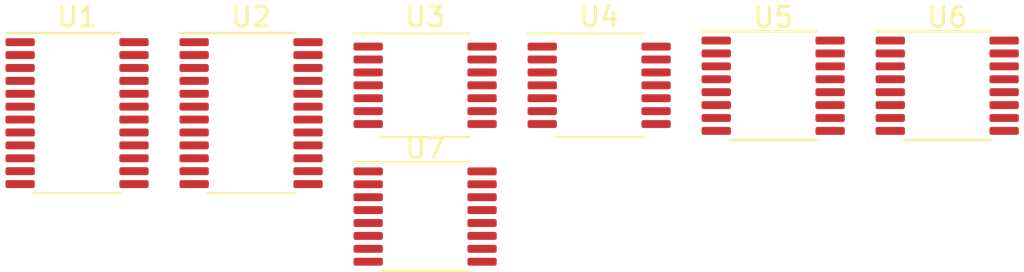
<source format=kicad_pcb>
(kicad_pcb (version 20171130) (host pcbnew "(5.1.10-1-10_14)")

  (general
    (thickness 1.6)
    (drawings 0)
    (tracks 0)
    (zones 0)
    (modules 7)
    (nets 68)
  )

  (page A4)
  (layers
    (0 F.Cu signal)
    (1 In1.Cu signal)
    (2 In2.Cu signal)
    (31 B.Cu signal)
    (32 B.Adhes user)
    (33 F.Adhes user)
    (34 B.Paste user)
    (35 F.Paste user)
    (36 B.SilkS user)
    (37 F.SilkS user)
    (38 B.Mask user)
    (39 F.Mask user)
    (40 Dwgs.User user)
    (41 Cmts.User user)
    (42 Eco1.User user)
    (43 Eco2.User user)
    (44 Edge.Cuts user)
    (45 Margin user)
    (46 B.CrtYd user)
    (47 F.CrtYd user)
    (48 B.Fab user hide)
    (49 F.Fab user hide)
  )

  (setup
    (last_trace_width 0.25)
    (user_trace_width 0.2)
    (trace_clearance 0.2)
    (zone_clearance 0.508)
    (zone_45_only no)
    (trace_min 0.2)
    (via_size 0.8)
    (via_drill 0.4)
    (via_min_size 0.4)
    (via_min_drill 0.3)
    (uvia_size 0.3)
    (uvia_drill 0.1)
    (uvias_allowed no)
    (uvia_min_size 0.2)
    (uvia_min_drill 0.1)
    (edge_width 0.05)
    (segment_width 0.2)
    (pcb_text_width 0.3)
    (pcb_text_size 1.5 1.5)
    (mod_edge_width 0.12)
    (mod_text_size 1 1)
    (mod_text_width 0.15)
    (pad_size 1.524 1.524)
    (pad_drill 0.762)
    (pad_to_mask_clearance 0)
    (aux_axis_origin 0 0)
    (grid_origin 118.11 60.452)
    (visible_elements FFFFFF7F)
    (pcbplotparams
      (layerselection 0x010fc_ffffffff)
      (usegerberextensions false)
      (usegerberattributes true)
      (usegerberadvancedattributes true)
      (creategerberjobfile true)
      (excludeedgelayer true)
      (linewidth 0.100000)
      (plotframeref false)
      (viasonmask false)
      (mode 1)
      (useauxorigin false)
      (hpglpennumber 1)
      (hpglpenspeed 20)
      (hpglpendiameter 15.000000)
      (psnegative false)
      (psa4output false)
      (plotreference true)
      (plotvalue true)
      (plotinvisibletext false)
      (padsonsilk false)
      (subtractmaskfromsilk false)
      (outputformat 1)
      (mirror false)
      (drillshape 1)
      (scaleselection 1)
      (outputdirectory ""))
  )

  (net 0 "")
  (net 1 VCC)
  (net 2 GND)
  (net 3 ~SET_INTERRUPT_FREQ)
  (net 4 ~TRANSMIT_UART)
  (net 5 ~WRITE_MEMORY)
  (net 6 ~LOAD_MAR)
  (net 7 ~LOAD_INSTRUCTION_REGISTER)
  (net 8 ~LOAD_STACK_POINTER)
  (net 9 ~LOAD_TX_MSB_REGISTER)
  (net 10 ~LOAD_TX_LSB_REGISTER)
  (net 11 ~LOAD_CONSTANT_REGISTER)
  (net 12 ~LOAD_F_REGISTER)
  (net 13 ~LOAD_E_REGISTER)
  (net 14 ~LOAD_D_REGISTER)
  (net 15 ~LOAD_C_REGISTER)
  (net 16 ~LOAD_B_REGISTER)
  (net 17 ~LOAD_A_REGISTER)
  (net 18 ~LOAD_SYNTH_2)
  (net 19 ~LOAD_SYNTH_1)
  (net 20 ~LOAD_OUTPUT_2)
  (net 21 ~LOAD_OUTPUT_1)
  (net 22 ~LOAD_DATA_SEGMENT)
  (net 23 ~LOAD_CODE_SEGMENT)
  (net 24 SHA_SEL_01)
  (net 25 SHA_SEL_00)
  (net 26 ~SHIFT_A_RIGHT)
  (net 27 ~SHIFT_A_LEFT)
  (net 28 "Net-(U3-Pad13)")
  (net 29 "Net-(U3-Pad6)")
  (net 30 "Net-(U3-Pad5)")
  (net 31 "Net-(U3-Pad3)")
  (net 32 "Net-(U4-Pad12)")
  (net 33 "Net-(U4-Pad9)")
  (net 34 "Net-(U7-Pad12)")
  (net 35 "Net-(U7-Pad9)")
  (net 36 ALU_MODE)
  (net 37 ALU_CARRY_IN)
  (net 38 ALU_FUNC_3)
  (net 39 ALU_FUNC_2)
  (net 40 ALU_FUNC_1)
  (net 41 ALU_FUNC_0)
  (net 42 ~HALT)
  (net 43 ~RESET)
  (net 44 ~CLEAR_INT_2)
  (net 45 ~CLEAR_INT_1)
  (net 46 ~CLEAR_INT_0)
  (net 47 CARRY_FLAG)
  (net 48 ~SP_INC)
  (net 49 ~INC_PC)
  (net 50 ~SP_DEC)
  (net 51 EEPROM_0)
  (net 52 EEPROM_1)
  (net 53 EEPROM_2)
  (net 54 EEPROM_3)
  (net 55 ~WRITE_MUX1_EN)
  (net 56 ~ALU_MODE_1_EN)
  (net 57 ~ALU_MODE_0_CARRY_IN_EN)
  (net 58 ~WRITE_MUX0_EN)
  (net 59 "Net-(U1-Pad1)")
  (net 60 "Net-(U4-Pad13)")
  (net 61 "Net-(U4-Pad11)")
  (net 62 "Net-(U4-Pad10)")
  (net 63 "Net-(U4-Pad8)")
  (net 64 "Net-(U4-Pad4)")
  (net 65 "Net-(U4-Pad3)")
  (net 66 "Net-(U6-Pad12)")
  (net 67 "Net-(U6-Pad9)")

  (net_class Default "This is the default net class."
    (clearance 0.2)
    (trace_width 0.25)
    (via_dia 0.8)
    (via_drill 0.4)
    (uvia_dia 0.3)
    (uvia_drill 0.1)
    (add_net ALU_CARRY_IN)
    (add_net ALU_FUNC_0)
    (add_net ALU_FUNC_1)
    (add_net ALU_FUNC_2)
    (add_net ALU_FUNC_3)
    (add_net ALU_MODE)
    (add_net CARRY_FLAG)
    (add_net EEPROM_0)
    (add_net EEPROM_1)
    (add_net EEPROM_2)
    (add_net EEPROM_3)
    (add_net GND)
    (add_net "Net-(U1-Pad1)")
    (add_net "Net-(U3-Pad13)")
    (add_net "Net-(U3-Pad3)")
    (add_net "Net-(U3-Pad5)")
    (add_net "Net-(U3-Pad6)")
    (add_net "Net-(U4-Pad10)")
    (add_net "Net-(U4-Pad11)")
    (add_net "Net-(U4-Pad12)")
    (add_net "Net-(U4-Pad13)")
    (add_net "Net-(U4-Pad3)")
    (add_net "Net-(U4-Pad4)")
    (add_net "Net-(U4-Pad8)")
    (add_net "Net-(U4-Pad9)")
    (add_net "Net-(U6-Pad12)")
    (add_net "Net-(U6-Pad9)")
    (add_net "Net-(U7-Pad12)")
    (add_net "Net-(U7-Pad9)")
    (add_net SHA_SEL_00)
    (add_net SHA_SEL_01)
    (add_net VCC)
    (add_net ~ALU_MODE_0_CARRY_IN_EN)
    (add_net ~ALU_MODE_1_EN)
    (add_net ~CLEAR_INT_0)
    (add_net ~CLEAR_INT_1)
    (add_net ~CLEAR_INT_2)
    (add_net ~HALT)
    (add_net ~INC_PC)
    (add_net ~LOAD_A_REGISTER)
    (add_net ~LOAD_B_REGISTER)
    (add_net ~LOAD_CODE_SEGMENT)
    (add_net ~LOAD_CONSTANT_REGISTER)
    (add_net ~LOAD_C_REGISTER)
    (add_net ~LOAD_DATA_SEGMENT)
    (add_net ~LOAD_D_REGISTER)
    (add_net ~LOAD_E_REGISTER)
    (add_net ~LOAD_F_REGISTER)
    (add_net ~LOAD_INSTRUCTION_REGISTER)
    (add_net ~LOAD_MAR)
    (add_net ~LOAD_OUTPUT_1)
    (add_net ~LOAD_OUTPUT_2)
    (add_net ~LOAD_STACK_POINTER)
    (add_net ~LOAD_SYNTH_1)
    (add_net ~LOAD_SYNTH_2)
    (add_net ~LOAD_TX_LSB_REGISTER)
    (add_net ~LOAD_TX_MSB_REGISTER)
    (add_net ~RESET)
    (add_net ~SET_INTERRUPT_FREQ)
    (add_net ~SHIFT_A_LEFT)
    (add_net ~SHIFT_A_RIGHT)
    (add_net ~SP_DEC)
    (add_net ~SP_INC)
    (add_net ~TRANSMIT_UART)
    (add_net ~WRITE_MEMORY)
    (add_net ~WRITE_MUX0_EN)
    (add_net ~WRITE_MUX1_EN)
  )

  (module Package_SO:TSSOP-16_4.4x5mm_P0.65mm (layer F.Cu) (tedit 5E476F32) (tstamp 61AFECDC)
    (at 137.64 69.282)
    (descr "TSSOP, 16 Pin (JEDEC MO-153 Var AB https://www.jedec.org/document_search?search_api_views_fulltext=MO-153), generated with kicad-footprint-generator ipc_gullwing_generator.py")
    (tags "TSSOP SO")
    (path /64F050BF)
    (attr smd)
    (fp_text reference U7 (at 0 -3.45) (layer F.SilkS)
      (effects (font (size 1 1) (thickness 0.15)))
    )
    (fp_text value 74LS258 (at 0 3.45) (layer F.Fab)
      (effects (font (size 1 1) (thickness 0.15)))
    )
    (fp_text user %R (at 0 0) (layer F.Fab)
      (effects (font (size 1 1) (thickness 0.15)))
    )
    (fp_line (start 0 2.735) (end 2.2 2.735) (layer F.SilkS) (width 0.12))
    (fp_line (start 0 2.735) (end -2.2 2.735) (layer F.SilkS) (width 0.12))
    (fp_line (start 0 -2.735) (end 2.2 -2.735) (layer F.SilkS) (width 0.12))
    (fp_line (start 0 -2.735) (end -3.6 -2.735) (layer F.SilkS) (width 0.12))
    (fp_line (start -1.2 -2.5) (end 2.2 -2.5) (layer F.Fab) (width 0.1))
    (fp_line (start 2.2 -2.5) (end 2.2 2.5) (layer F.Fab) (width 0.1))
    (fp_line (start 2.2 2.5) (end -2.2 2.5) (layer F.Fab) (width 0.1))
    (fp_line (start -2.2 2.5) (end -2.2 -1.5) (layer F.Fab) (width 0.1))
    (fp_line (start -2.2 -1.5) (end -1.2 -2.5) (layer F.Fab) (width 0.1))
    (fp_line (start -3.85 -2.75) (end -3.85 2.75) (layer F.CrtYd) (width 0.05))
    (fp_line (start -3.85 2.75) (end 3.85 2.75) (layer F.CrtYd) (width 0.05))
    (fp_line (start 3.85 2.75) (end 3.85 -2.75) (layer F.CrtYd) (width 0.05))
    (fp_line (start 3.85 -2.75) (end -3.85 -2.75) (layer F.CrtYd) (width 0.05))
    (pad 16 smd roundrect (at 2.8625 -2.275) (size 1.475 0.4) (layers F.Cu F.Paste F.Mask) (roundrect_rratio 0.25)
      (net 1 VCC))
    (pad 15 smd roundrect (at 2.8625 -1.625) (size 1.475 0.4) (layers F.Cu F.Paste F.Mask) (roundrect_rratio 0.25)
      (net 17 ~LOAD_A_REGISTER))
    (pad 14 smd roundrect (at 2.8625 -0.975) (size 1.475 0.4) (layers F.Cu F.Paste F.Mask) (roundrect_rratio 0.25)
      (net 2 GND))
    (pad 13 smd roundrect (at 2.8625 -0.325) (size 1.475 0.4) (layers F.Cu F.Paste F.Mask) (roundrect_rratio 0.25)
      (net 2 GND))
    (pad 12 smd roundrect (at 2.8625 0.325) (size 1.475 0.4) (layers F.Cu F.Paste F.Mask) (roundrect_rratio 0.25)
      (net 34 "Net-(U7-Pad12)"))
    (pad 11 smd roundrect (at 2.8625 0.975) (size 1.475 0.4) (layers F.Cu F.Paste F.Mask) (roundrect_rratio 0.25)
      (net 2 GND))
    (pad 10 smd roundrect (at 2.8625 1.625) (size 1.475 0.4) (layers F.Cu F.Paste F.Mask) (roundrect_rratio 0.25)
      (net 2 GND))
    (pad 9 smd roundrect (at 2.8625 2.275) (size 1.475 0.4) (layers F.Cu F.Paste F.Mask) (roundrect_rratio 0.25)
      (net 35 "Net-(U7-Pad9)"))
    (pad 8 smd roundrect (at -2.8625 2.275) (size 1.475 0.4) (layers F.Cu F.Paste F.Mask) (roundrect_rratio 0.25)
      (net 2 GND))
    (pad 7 smd roundrect (at -2.8625 1.625) (size 1.475 0.4) (layers F.Cu F.Paste F.Mask) (roundrect_rratio 0.25)
      (net 25 SHA_SEL_00))
    (pad 6 smd roundrect (at -2.8625 0.975) (size 1.475 0.4) (layers F.Cu F.Paste F.Mask) (roundrect_rratio 0.25)
      (net 2 GND))
    (pad 5 smd roundrect (at -2.8625 0.325) (size 1.475 0.4) (layers F.Cu F.Paste F.Mask) (roundrect_rratio 0.25)
      (net 1 VCC))
    (pad 4 smd roundrect (at -2.8625 -0.325) (size 1.475 0.4) (layers F.Cu F.Paste F.Mask) (roundrect_rratio 0.25)
      (net 24 SHA_SEL_01))
    (pad 3 smd roundrect (at -2.8625 -0.975) (size 1.475 0.4) (layers F.Cu F.Paste F.Mask) (roundrect_rratio 0.25)
      (net 2 GND))
    (pad 2 smd roundrect (at -2.8625 -1.625) (size 1.475 0.4) (layers F.Cu F.Paste F.Mask) (roundrect_rratio 0.25)
      (net 1 VCC))
    (pad 1 smd roundrect (at -2.8625 -2.275) (size 1.475 0.4) (layers F.Cu F.Paste F.Mask) (roundrect_rratio 0.25)
      (net 17 ~LOAD_A_REGISTER))
    (model ${KISYS3DMOD}/Package_SO.3dshapes/TSSOP-16_4.4x5mm_P0.65mm.wrl
      (at (xyz 0 0 0))
      (scale (xyz 1 1 1))
      (rotate (xyz 0 0 0))
    )
  )

  (module Package_SO:TSSOP-16_4.4x5mm_P0.65mm (layer F.Cu) (tedit 5E476F32) (tstamp 61AFECBA)
    (at 163.89 62.692)
    (descr "TSSOP, 16 Pin (JEDEC MO-153 Var AB https://www.jedec.org/document_search?search_api_views_fulltext=MO-153), generated with kicad-footprint-generator ipc_gullwing_generator.py")
    (tags "TSSOP SO")
    (path /64F05097)
    (attr smd)
    (fp_text reference U6 (at 0 -3.45) (layer F.SilkS)
      (effects (font (size 1 1) (thickness 0.15)))
    )
    (fp_text value 74LS258 (at 0 3.45) (layer F.Fab)
      (effects (font (size 1 1) (thickness 0.15)))
    )
    (fp_text user %R (at 0 0) (layer F.Fab)
      (effects (font (size 1 1) (thickness 0.15)))
    )
    (fp_line (start 0 2.735) (end 2.2 2.735) (layer F.SilkS) (width 0.12))
    (fp_line (start 0 2.735) (end -2.2 2.735) (layer F.SilkS) (width 0.12))
    (fp_line (start 0 -2.735) (end 2.2 -2.735) (layer F.SilkS) (width 0.12))
    (fp_line (start 0 -2.735) (end -3.6 -2.735) (layer F.SilkS) (width 0.12))
    (fp_line (start -1.2 -2.5) (end 2.2 -2.5) (layer F.Fab) (width 0.1))
    (fp_line (start 2.2 -2.5) (end 2.2 2.5) (layer F.Fab) (width 0.1))
    (fp_line (start 2.2 2.5) (end -2.2 2.5) (layer F.Fab) (width 0.1))
    (fp_line (start -2.2 2.5) (end -2.2 -1.5) (layer F.Fab) (width 0.1))
    (fp_line (start -2.2 -1.5) (end -1.2 -2.5) (layer F.Fab) (width 0.1))
    (fp_line (start -3.85 -2.75) (end -3.85 2.75) (layer F.CrtYd) (width 0.05))
    (fp_line (start -3.85 2.75) (end 3.85 2.75) (layer F.CrtYd) (width 0.05))
    (fp_line (start 3.85 2.75) (end 3.85 -2.75) (layer F.CrtYd) (width 0.05))
    (fp_line (start 3.85 -2.75) (end -3.85 -2.75) (layer F.CrtYd) (width 0.05))
    (pad 16 smd roundrect (at 2.8625 -2.275) (size 1.475 0.4) (layers F.Cu F.Paste F.Mask) (roundrect_rratio 0.25)
      (net 1 VCC))
    (pad 15 smd roundrect (at 2.8625 -1.625) (size 1.475 0.4) (layers F.Cu F.Paste F.Mask) (roundrect_rratio 0.25)
      (net 31 "Net-(U3-Pad3)"))
    (pad 14 smd roundrect (at 2.8625 -0.975) (size 1.475 0.4) (layers F.Cu F.Paste F.Mask) (roundrect_rratio 0.25)
      (net 2 GND))
    (pad 13 smd roundrect (at 2.8625 -0.325) (size 1.475 0.4) (layers F.Cu F.Paste F.Mask) (roundrect_rratio 0.25)
      (net 2 GND))
    (pad 12 smd roundrect (at 2.8625 0.325) (size 1.475 0.4) (layers F.Cu F.Paste F.Mask) (roundrect_rratio 0.25)
      (net 66 "Net-(U6-Pad12)"))
    (pad 11 smd roundrect (at 2.8625 0.975) (size 1.475 0.4) (layers F.Cu F.Paste F.Mask) (roundrect_rratio 0.25)
      (net 2 GND))
    (pad 10 smd roundrect (at 2.8625 1.625) (size 1.475 0.4) (layers F.Cu F.Paste F.Mask) (roundrect_rratio 0.25)
      (net 2 GND))
    (pad 9 smd roundrect (at 2.8625 2.275) (size 1.475 0.4) (layers F.Cu F.Paste F.Mask) (roundrect_rratio 0.25)
      (net 67 "Net-(U6-Pad9)"))
    (pad 8 smd roundrect (at -2.8625 2.275) (size 1.475 0.4) (layers F.Cu F.Paste F.Mask) (roundrect_rratio 0.25)
      (net 2 GND))
    (pad 7 smd roundrect (at -2.8625 1.625) (size 1.475 0.4) (layers F.Cu F.Paste F.Mask) (roundrect_rratio 0.25)
      (net 25 SHA_SEL_00))
    (pad 6 smd roundrect (at -2.8625 0.975) (size 1.475 0.4) (layers F.Cu F.Paste F.Mask) (roundrect_rratio 0.25)
      (net 2 GND))
    (pad 5 smd roundrect (at -2.8625 0.325) (size 1.475 0.4) (layers F.Cu F.Paste F.Mask) (roundrect_rratio 0.25)
      (net 1 VCC))
    (pad 4 smd roundrect (at -2.8625 -0.325) (size 1.475 0.4) (layers F.Cu F.Paste F.Mask) (roundrect_rratio 0.25)
      (net 24 SHA_SEL_01))
    (pad 3 smd roundrect (at -2.8625 -0.975) (size 1.475 0.4) (layers F.Cu F.Paste F.Mask) (roundrect_rratio 0.25)
      (net 1 VCC))
    (pad 2 smd roundrect (at -2.8625 -1.625) (size 1.475 0.4) (layers F.Cu F.Paste F.Mask) (roundrect_rratio 0.25)
      (net 2 GND))
    (pad 1 smd roundrect (at -2.8625 -2.275) (size 1.475 0.4) (layers F.Cu F.Paste F.Mask) (roundrect_rratio 0.25)
      (net 26 ~SHIFT_A_RIGHT))
    (model ${KISYS3DMOD}/Package_SO.3dshapes/TSSOP-16_4.4x5mm_P0.65mm.wrl
      (at (xyz 0 0 0))
      (scale (xyz 1 1 1))
      (rotate (xyz 0 0 0))
    )
  )

  (module Package_SO:TSSOP-16_4.4x5mm_P0.65mm (layer F.Cu) (tedit 5E476F32) (tstamp 61AFEC98)
    (at 155.14 62.692)
    (descr "TSSOP, 16 Pin (JEDEC MO-153 Var AB https://www.jedec.org/document_search?search_api_views_fulltext=MO-153), generated with kicad-footprint-generator ipc_gullwing_generator.py")
    (tags "TSSOP SO")
    (path /64F050EF)
    (attr smd)
    (fp_text reference U5 (at 0 -3.45) (layer F.SilkS)
      (effects (font (size 1 1) (thickness 0.15)))
    )
    (fp_text value 74LS157 (at 0 3.45) (layer F.Fab)
      (effects (font (size 1 1) (thickness 0.15)))
    )
    (fp_text user %R (at 0 0) (layer F.Fab)
      (effects (font (size 1 1) (thickness 0.15)))
    )
    (fp_line (start 0 2.735) (end 2.2 2.735) (layer F.SilkS) (width 0.12))
    (fp_line (start 0 2.735) (end -2.2 2.735) (layer F.SilkS) (width 0.12))
    (fp_line (start 0 -2.735) (end 2.2 -2.735) (layer F.SilkS) (width 0.12))
    (fp_line (start 0 -2.735) (end -3.6 -2.735) (layer F.SilkS) (width 0.12))
    (fp_line (start -1.2 -2.5) (end 2.2 -2.5) (layer F.Fab) (width 0.1))
    (fp_line (start 2.2 -2.5) (end 2.2 2.5) (layer F.Fab) (width 0.1))
    (fp_line (start 2.2 2.5) (end -2.2 2.5) (layer F.Fab) (width 0.1))
    (fp_line (start -2.2 2.5) (end -2.2 -1.5) (layer F.Fab) (width 0.1))
    (fp_line (start -2.2 -1.5) (end -1.2 -2.5) (layer F.Fab) (width 0.1))
    (fp_line (start -3.85 -2.75) (end -3.85 2.75) (layer F.CrtYd) (width 0.05))
    (fp_line (start -3.85 2.75) (end 3.85 2.75) (layer F.CrtYd) (width 0.05))
    (fp_line (start 3.85 2.75) (end 3.85 -2.75) (layer F.CrtYd) (width 0.05))
    (fp_line (start 3.85 -2.75) (end -3.85 -2.75) (layer F.CrtYd) (width 0.05))
    (pad 16 smd roundrect (at 2.8625 -2.275) (size 1.475 0.4) (layers F.Cu F.Paste F.Mask) (roundrect_rratio 0.25)
      (net 1 VCC))
    (pad 15 smd roundrect (at 2.8625 -1.625) (size 1.475 0.4) (layers F.Cu F.Paste F.Mask) (roundrect_rratio 0.25)
      (net 2 GND))
    (pad 14 smd roundrect (at 2.8625 -0.975) (size 1.475 0.4) (layers F.Cu F.Paste F.Mask) (roundrect_rratio 0.25)
      (net 54 EEPROM_3))
    (pad 13 smd roundrect (at 2.8625 -0.325) (size 1.475 0.4) (layers F.Cu F.Paste F.Mask) (roundrect_rratio 0.25)
      (net 2 GND))
    (pad 12 smd roundrect (at 2.8625 0.325) (size 1.475 0.4) (layers F.Cu F.Paste F.Mask) (roundrect_rratio 0.25)
      (net 38 ALU_FUNC_3))
    (pad 11 smd roundrect (at 2.8625 0.975) (size 1.475 0.4) (layers F.Cu F.Paste F.Mask) (roundrect_rratio 0.25)
      (net 53 EEPROM_2))
    (pad 10 smd roundrect (at 2.8625 1.625) (size 1.475 0.4) (layers F.Cu F.Paste F.Mask) (roundrect_rratio 0.25)
      (net 2 GND))
    (pad 9 smd roundrect (at 2.8625 2.275) (size 1.475 0.4) (layers F.Cu F.Paste F.Mask) (roundrect_rratio 0.25)
      (net 39 ALU_FUNC_2))
    (pad 8 smd roundrect (at -2.8625 2.275) (size 1.475 0.4) (layers F.Cu F.Paste F.Mask) (roundrect_rratio 0.25)
      (net 2 GND))
    (pad 7 smd roundrect (at -2.8625 1.625) (size 1.475 0.4) (layers F.Cu F.Paste F.Mask) (roundrect_rratio 0.25)
      (net 40 ALU_FUNC_1))
    (pad 6 smd roundrect (at -2.8625 0.975) (size 1.475 0.4) (layers F.Cu F.Paste F.Mask) (roundrect_rratio 0.25)
      (net 2 GND))
    (pad 5 smd roundrect (at -2.8625 0.325) (size 1.475 0.4) (layers F.Cu F.Paste F.Mask) (roundrect_rratio 0.25)
      (net 52 EEPROM_1))
    (pad 4 smd roundrect (at -2.8625 -0.325) (size 1.475 0.4) (layers F.Cu F.Paste F.Mask) (roundrect_rratio 0.25)
      (net 41 ALU_FUNC_0))
    (pad 3 smd roundrect (at -2.8625 -0.975) (size 1.475 0.4) (layers F.Cu F.Paste F.Mask) (roundrect_rratio 0.25)
      (net 2 GND))
    (pad 2 smd roundrect (at -2.8625 -1.625) (size 1.475 0.4) (layers F.Cu F.Paste F.Mask) (roundrect_rratio 0.25)
      (net 51 EEPROM_0))
    (pad 1 smd roundrect (at -2.8625 -2.275) (size 1.475 0.4) (layers F.Cu F.Paste F.Mask) (roundrect_rratio 0.25)
      (net 29 "Net-(U3-Pad6)"))
    (model ${KISYS3DMOD}/Package_SO.3dshapes/TSSOP-16_4.4x5mm_P0.65mm.wrl
      (at (xyz 0 0 0))
      (scale (xyz 1 1 1))
      (rotate (xyz 0 0 0))
    )
  )

  (module Package_SO:TSSOP-14_4.4x5mm_P0.65mm (layer F.Cu) (tedit 5E476F32) (tstamp 61AFEC76)
    (at 146.39 62.672)
    (descr "TSSOP, 14 Pin (JEDEC MO-153 Var AB-1 https://www.jedec.org/document_search?search_api_views_fulltext=MO-153), generated with kicad-footprint-generator ipc_gullwing_generator.py")
    (tags "TSSOP SO")
    (path /64F050E9)
    (attr smd)
    (fp_text reference U4 (at 0 -3.45) (layer F.SilkS)
      (effects (font (size 1 1) (thickness 0.15)))
    )
    (fp_text value 74HC04 (at 0 3.45) (layer F.Fab)
      (effects (font (size 1 1) (thickness 0.15)))
    )
    (fp_text user %R (at 0 0) (layer F.Fab)
      (effects (font (size 1 1) (thickness 0.15)))
    )
    (fp_line (start 0 2.61) (end 2.2 2.61) (layer F.SilkS) (width 0.12))
    (fp_line (start 0 2.61) (end -2.2 2.61) (layer F.SilkS) (width 0.12))
    (fp_line (start 0 -2.61) (end 2.2 -2.61) (layer F.SilkS) (width 0.12))
    (fp_line (start 0 -2.61) (end -3.6 -2.61) (layer F.SilkS) (width 0.12))
    (fp_line (start -1.2 -2.5) (end 2.2 -2.5) (layer F.Fab) (width 0.1))
    (fp_line (start 2.2 -2.5) (end 2.2 2.5) (layer F.Fab) (width 0.1))
    (fp_line (start 2.2 2.5) (end -2.2 2.5) (layer F.Fab) (width 0.1))
    (fp_line (start -2.2 2.5) (end -2.2 -1.5) (layer F.Fab) (width 0.1))
    (fp_line (start -2.2 -1.5) (end -1.2 -2.5) (layer F.Fab) (width 0.1))
    (fp_line (start -3.85 -2.75) (end -3.85 2.75) (layer F.CrtYd) (width 0.05))
    (fp_line (start -3.85 2.75) (end 3.85 2.75) (layer F.CrtYd) (width 0.05))
    (fp_line (start 3.85 2.75) (end 3.85 -2.75) (layer F.CrtYd) (width 0.05))
    (fp_line (start 3.85 -2.75) (end -3.85 -2.75) (layer F.CrtYd) (width 0.05))
    (pad 14 smd roundrect (at 2.8625 -1.95) (size 1.475 0.4) (layers F.Cu F.Paste F.Mask) (roundrect_rratio 0.25)
      (net 1 VCC))
    (pad 13 smd roundrect (at 2.8625 -1.3) (size 1.475 0.4) (layers F.Cu F.Paste F.Mask) (roundrect_rratio 0.25)
      (net 60 "Net-(U4-Pad13)"))
    (pad 12 smd roundrect (at 2.8625 -0.65) (size 1.475 0.4) (layers F.Cu F.Paste F.Mask) (roundrect_rratio 0.25)
      (net 32 "Net-(U4-Pad12)"))
    (pad 11 smd roundrect (at 2.8625 0) (size 1.475 0.4) (layers F.Cu F.Paste F.Mask) (roundrect_rratio 0.25)
      (net 61 "Net-(U4-Pad11)"))
    (pad 10 smd roundrect (at 2.8625 0.65) (size 1.475 0.4) (layers F.Cu F.Paste F.Mask) (roundrect_rratio 0.25)
      (net 62 "Net-(U4-Pad10)"))
    (pad 9 smd roundrect (at 2.8625 1.3) (size 1.475 0.4) (layers F.Cu F.Paste F.Mask) (roundrect_rratio 0.25)
      (net 33 "Net-(U4-Pad9)"))
    (pad 8 smd roundrect (at 2.8625 1.95) (size 1.475 0.4) (layers F.Cu F.Paste F.Mask) (roundrect_rratio 0.25)
      (net 63 "Net-(U4-Pad8)"))
    (pad 7 smd roundrect (at -2.8625 1.95) (size 1.475 0.4) (layers F.Cu F.Paste F.Mask) (roundrect_rratio 0.25)
      (net 2 GND))
    (pad 6 smd roundrect (at -2.8625 1.3) (size 1.475 0.4) (layers F.Cu F.Paste F.Mask) (roundrect_rratio 0.25))
    (pad 5 smd roundrect (at -2.8625 0.65) (size 1.475 0.4) (layers F.Cu F.Paste F.Mask) (roundrect_rratio 0.25))
    (pad 4 smd roundrect (at -2.8625 0) (size 1.475 0.4) (layers F.Cu F.Paste F.Mask) (roundrect_rratio 0.25)
      (net 64 "Net-(U4-Pad4)"))
    (pad 3 smd roundrect (at -2.8625 -0.65) (size 1.475 0.4) (layers F.Cu F.Paste F.Mask) (roundrect_rratio 0.25)
      (net 65 "Net-(U4-Pad3)"))
    (pad 2 smd roundrect (at -2.8625 -1.3) (size 1.475 0.4) (layers F.Cu F.Paste F.Mask) (roundrect_rratio 0.25)
      (net 28 "Net-(U3-Pad13)"))
    (pad 1 smd roundrect (at -2.8625 -1.95) (size 1.475 0.4) (layers F.Cu F.Paste F.Mask) (roundrect_rratio 0.25)
      (net 57 ~ALU_MODE_0_CARRY_IN_EN))
    (model ${KISYS3DMOD}/Package_SO.3dshapes/TSSOP-14_4.4x5mm_P0.65mm.wrl
      (at (xyz 0 0 0))
      (scale (xyz 1 1 1))
      (rotate (xyz 0 0 0))
    )
  )

  (module Package_SO:TSSOP-14_4.4x5mm_P0.65mm (layer F.Cu) (tedit 5E476F32) (tstamp 61AFEC56)
    (at 137.64 62.672)
    (descr "TSSOP, 14 Pin (JEDEC MO-153 Var AB-1 https://www.jedec.org/document_search?search_api_views_fulltext=MO-153), generated with kicad-footprint-generator ipc_gullwing_generator.py")
    (tags "TSSOP SO")
    (path /64F05049)
    (attr smd)
    (fp_text reference U3 (at 0 -3.45) (layer F.SilkS)
      (effects (font (size 1 1) (thickness 0.15)))
    )
    (fp_text value 74LS08 (at 0 3.45) (layer F.Fab)
      (effects (font (size 1 1) (thickness 0.15)))
    )
    (fp_text user %R (at 0 0) (layer F.Fab)
      (effects (font (size 1 1) (thickness 0.15)))
    )
    (fp_line (start 0 2.61) (end 2.2 2.61) (layer F.SilkS) (width 0.12))
    (fp_line (start 0 2.61) (end -2.2 2.61) (layer F.SilkS) (width 0.12))
    (fp_line (start 0 -2.61) (end 2.2 -2.61) (layer F.SilkS) (width 0.12))
    (fp_line (start 0 -2.61) (end -3.6 -2.61) (layer F.SilkS) (width 0.12))
    (fp_line (start -1.2 -2.5) (end 2.2 -2.5) (layer F.Fab) (width 0.1))
    (fp_line (start 2.2 -2.5) (end 2.2 2.5) (layer F.Fab) (width 0.1))
    (fp_line (start 2.2 2.5) (end -2.2 2.5) (layer F.Fab) (width 0.1))
    (fp_line (start -2.2 2.5) (end -2.2 -1.5) (layer F.Fab) (width 0.1))
    (fp_line (start -2.2 -1.5) (end -1.2 -2.5) (layer F.Fab) (width 0.1))
    (fp_line (start -3.85 -2.75) (end -3.85 2.75) (layer F.CrtYd) (width 0.05))
    (fp_line (start -3.85 2.75) (end 3.85 2.75) (layer F.CrtYd) (width 0.05))
    (fp_line (start 3.85 2.75) (end 3.85 -2.75) (layer F.CrtYd) (width 0.05))
    (fp_line (start 3.85 -2.75) (end -3.85 -2.75) (layer F.CrtYd) (width 0.05))
    (pad 14 smd roundrect (at 2.8625 -1.95) (size 1.475 0.4) (layers F.Cu F.Paste F.Mask) (roundrect_rratio 0.25)
      (net 1 VCC))
    (pad 13 smd roundrect (at 2.8625 -1.3) (size 1.475 0.4) (layers F.Cu F.Paste F.Mask) (roundrect_rratio 0.25)
      (net 28 "Net-(U3-Pad13)"))
    (pad 12 smd roundrect (at 2.8625 -0.65) (size 1.475 0.4) (layers F.Cu F.Paste F.Mask) (roundrect_rratio 0.25)
      (net 47 CARRY_FLAG))
    (pad 11 smd roundrect (at 2.8625 0) (size 1.475 0.4) (layers F.Cu F.Paste F.Mask) (roundrect_rratio 0.25)
      (net 37 ALU_CARRY_IN))
    (pad 10 smd roundrect (at 2.8625 0.65) (size 1.475 0.4) (layers F.Cu F.Paste F.Mask) (roundrect_rratio 0.25)
      (net 36 ALU_MODE))
    (pad 9 smd roundrect (at 2.8625 1.3) (size 1.475 0.4) (layers F.Cu F.Paste F.Mask) (roundrect_rratio 0.25)
      (net 56 ~ALU_MODE_1_EN))
    (pad 8 smd roundrect (at 2.8625 1.95) (size 1.475 0.4) (layers F.Cu F.Paste F.Mask) (roundrect_rratio 0.25)
      (net 30 "Net-(U3-Pad5)"))
    (pad 7 smd roundrect (at -2.8625 1.95) (size 1.475 0.4) (layers F.Cu F.Paste F.Mask) (roundrect_rratio 0.25)
      (net 2 GND))
    (pad 6 smd roundrect (at -2.8625 1.3) (size 1.475 0.4) (layers F.Cu F.Paste F.Mask) (roundrect_rratio 0.25)
      (net 29 "Net-(U3-Pad6)"))
    (pad 5 smd roundrect (at -2.8625 0.65) (size 1.475 0.4) (layers F.Cu F.Paste F.Mask) (roundrect_rratio 0.25)
      (net 30 "Net-(U3-Pad5)"))
    (pad 4 smd roundrect (at -2.8625 0) (size 1.475 0.4) (layers F.Cu F.Paste F.Mask) (roundrect_rratio 0.25)
      (net 57 ~ALU_MODE_0_CARRY_IN_EN))
    (pad 3 smd roundrect (at -2.8625 -0.65) (size 1.475 0.4) (layers F.Cu F.Paste F.Mask) (roundrect_rratio 0.25)
      (net 31 "Net-(U3-Pad3)"))
    (pad 2 smd roundrect (at -2.8625 -1.3) (size 1.475 0.4) (layers F.Cu F.Paste F.Mask) (roundrect_rratio 0.25)
      (net 27 ~SHIFT_A_LEFT))
    (pad 1 smd roundrect (at -2.8625 -1.95) (size 1.475 0.4) (layers F.Cu F.Paste F.Mask) (roundrect_rratio 0.25)
      (net 26 ~SHIFT_A_RIGHT))
    (model ${KISYS3DMOD}/Package_SO.3dshapes/TSSOP-14_4.4x5mm_P0.65mm.wrl
      (at (xyz 0 0 0))
      (scale (xyz 1 1 1))
      (rotate (xyz 0 0 0))
    )
  )

  (module Package_SO:TSSOP-24_4.4x7.8mm_P0.65mm (layer F.Cu) (tedit 5E476F32) (tstamp 61AFEC36)
    (at 128.89 64.072)
    (descr "TSSOP, 24 Pin (JEDEC MO-153 Var AD https://www.jedec.org/document_search?search_api_views_fulltext=MO-153), generated with kicad-footprint-generator ipc_gullwing_generator.py")
    (tags "TSSOP SO")
    (path /64F0503F)
    (attr smd)
    (fp_text reference U2 (at 0 -4.85) (layer F.SilkS)
      (effects (font (size 1 1) (thickness 0.15)))
    )
    (fp_text value 74LS154 (at 0 4.85) (layer F.Fab)
      (effects (font (size 1 1) (thickness 0.15)))
    )
    (fp_text user %R (at 0 0) (layer F.Fab)
      (effects (font (size 1 1) (thickness 0.15)))
    )
    (fp_line (start 0 4.035) (end 2.2 4.035) (layer F.SilkS) (width 0.12))
    (fp_line (start 0 4.035) (end -2.2 4.035) (layer F.SilkS) (width 0.12))
    (fp_line (start 0 -4.035) (end 2.2 -4.035) (layer F.SilkS) (width 0.12))
    (fp_line (start 0 -4.035) (end -3.6 -4.035) (layer F.SilkS) (width 0.12))
    (fp_line (start -1.2 -3.9) (end 2.2 -3.9) (layer F.Fab) (width 0.1))
    (fp_line (start 2.2 -3.9) (end 2.2 3.9) (layer F.Fab) (width 0.1))
    (fp_line (start 2.2 3.9) (end -2.2 3.9) (layer F.Fab) (width 0.1))
    (fp_line (start -2.2 3.9) (end -2.2 -2.9) (layer F.Fab) (width 0.1))
    (fp_line (start -2.2 -2.9) (end -1.2 -3.9) (layer F.Fab) (width 0.1))
    (fp_line (start -3.85 -4.15) (end -3.85 4.15) (layer F.CrtYd) (width 0.05))
    (fp_line (start -3.85 4.15) (end 3.85 4.15) (layer F.CrtYd) (width 0.05))
    (fp_line (start 3.85 4.15) (end 3.85 -4.15) (layer F.CrtYd) (width 0.05))
    (fp_line (start 3.85 -4.15) (end -3.85 -4.15) (layer F.CrtYd) (width 0.05))
    (pad 24 smd roundrect (at 2.8625 -3.575) (size 1.475 0.4) (layers F.Cu F.Paste F.Mask) (roundrect_rratio 0.25)
      (net 1 VCC))
    (pad 23 smd roundrect (at 2.8625 -2.925) (size 1.475 0.4) (layers F.Cu F.Paste F.Mask) (roundrect_rratio 0.25)
      (net 51 EEPROM_0))
    (pad 22 smd roundrect (at 2.8625 -2.275) (size 1.475 0.4) (layers F.Cu F.Paste F.Mask) (roundrect_rratio 0.25)
      (net 52 EEPROM_1))
    (pad 21 smd roundrect (at 2.8625 -1.625) (size 1.475 0.4) (layers F.Cu F.Paste F.Mask) (roundrect_rratio 0.25)
      (net 53 EEPROM_2))
    (pad 20 smd roundrect (at 2.8625 -0.975) (size 1.475 0.4) (layers F.Cu F.Paste F.Mask) (roundrect_rratio 0.25)
      (net 54 EEPROM_3))
    (pad 19 smd roundrect (at 2.8625 -0.325) (size 1.475 0.4) (layers F.Cu F.Paste F.Mask) (roundrect_rratio 0.25)
      (net 55 ~WRITE_MUX1_EN))
    (pad 18 smd roundrect (at 2.8625 0.325) (size 1.475 0.4) (layers F.Cu F.Paste F.Mask) (roundrect_rratio 0.25)
      (net 55 ~WRITE_MUX1_EN))
    (pad 17 smd roundrect (at 2.8625 0.975) (size 1.475 0.4) (layers F.Cu F.Paste F.Mask) (roundrect_rratio 0.25)
      (net 48 ~SP_INC))
    (pad 16 smd roundrect (at 2.8625 1.625) (size 1.475 0.4) (layers F.Cu F.Paste F.Mask) (roundrect_rratio 0.25)
      (net 42 ~HALT))
    (pad 15 smd roundrect (at 2.8625 2.275) (size 1.475 0.4) (layers F.Cu F.Paste F.Mask) (roundrect_rratio 0.25)
      (net 43 ~RESET))
    (pad 14 smd roundrect (at 2.8625 2.925) (size 1.475 0.4) (layers F.Cu F.Paste F.Mask) (roundrect_rratio 0.25)
      (net 44 ~CLEAR_INT_2))
    (pad 13 smd roundrect (at 2.8625 3.575) (size 1.475 0.4) (layers F.Cu F.Paste F.Mask) (roundrect_rratio 0.25)
      (net 45 ~CLEAR_INT_1))
    (pad 12 smd roundrect (at -2.8625 3.575) (size 1.475 0.4) (layers F.Cu F.Paste F.Mask) (roundrect_rratio 0.25)
      (net 2 GND))
    (pad 11 smd roundrect (at -2.8625 2.925) (size 1.475 0.4) (layers F.Cu F.Paste F.Mask) (roundrect_rratio 0.25)
      (net 46 ~CLEAR_INT_0))
    (pad 10 smd roundrect (at -2.8625 2.275) (size 1.475 0.4) (layers F.Cu F.Paste F.Mask) (roundrect_rratio 0.25)
      (net 50 ~SP_DEC))
    (pad 9 smd roundrect (at -2.8625 1.625) (size 1.475 0.4) (layers F.Cu F.Paste F.Mask) (roundrect_rratio 0.25)
      (net 26 ~SHIFT_A_RIGHT))
    (pad 8 smd roundrect (at -2.8625 0.975) (size 1.475 0.4) (layers F.Cu F.Paste F.Mask) (roundrect_rratio 0.25)
      (net 27 ~SHIFT_A_LEFT))
    (pad 7 smd roundrect (at -2.8625 0.325) (size 1.475 0.4) (layers F.Cu F.Paste F.Mask) (roundrect_rratio 0.25)
      (net 17 ~LOAD_A_REGISTER))
    (pad 6 smd roundrect (at -2.8625 -0.325) (size 1.475 0.4) (layers F.Cu F.Paste F.Mask) (roundrect_rratio 0.25)
      (net 18 ~LOAD_SYNTH_2))
    (pad 5 smd roundrect (at -2.8625 -0.975) (size 1.475 0.4) (layers F.Cu F.Paste F.Mask) (roundrect_rratio 0.25)
      (net 19 ~LOAD_SYNTH_1))
    (pad 4 smd roundrect (at -2.8625 -1.625) (size 1.475 0.4) (layers F.Cu F.Paste F.Mask) (roundrect_rratio 0.25)
      (net 20 ~LOAD_OUTPUT_2))
    (pad 3 smd roundrect (at -2.8625 -2.275) (size 1.475 0.4) (layers F.Cu F.Paste F.Mask) (roundrect_rratio 0.25)
      (net 21 ~LOAD_OUTPUT_1))
    (pad 2 smd roundrect (at -2.8625 -2.925) (size 1.475 0.4) (layers F.Cu F.Paste F.Mask) (roundrect_rratio 0.25)
      (net 22 ~LOAD_DATA_SEGMENT))
    (pad 1 smd roundrect (at -2.8625 -3.575) (size 1.475 0.4) (layers F.Cu F.Paste F.Mask) (roundrect_rratio 0.25)
      (net 23 ~LOAD_CODE_SEGMENT))
    (model ${KISYS3DMOD}/Package_SO.3dshapes/TSSOP-24_4.4x7.8mm_P0.65mm.wrl
      (at (xyz 0 0 0))
      (scale (xyz 1 1 1))
      (rotate (xyz 0 0 0))
    )
  )

  (module Package_SO:TSSOP-24_4.4x7.8mm_P0.65mm (layer F.Cu) (tedit 5E476F32) (tstamp 61AFEC0C)
    (at 120.14 64.072)
    (descr "TSSOP, 24 Pin (JEDEC MO-153 Var AD https://www.jedec.org/document_search?search_api_views_fulltext=MO-153), generated with kicad-footprint-generator ipc_gullwing_generator.py")
    (tags "TSSOP SO")
    (path /64F05018)
    (attr smd)
    (fp_text reference U1 (at 0 -4.85) (layer F.SilkS)
      (effects (font (size 1 1) (thickness 0.15)))
    )
    (fp_text value 74LS154 (at 0 4.85) (layer F.Fab)
      (effects (font (size 1 1) (thickness 0.15)))
    )
    (fp_text user %R (at 0 0) (layer F.Fab)
      (effects (font (size 1 1) (thickness 0.15)))
    )
    (fp_line (start 0 4.035) (end 2.2 4.035) (layer F.SilkS) (width 0.12))
    (fp_line (start 0 4.035) (end -2.2 4.035) (layer F.SilkS) (width 0.12))
    (fp_line (start 0 -4.035) (end 2.2 -4.035) (layer F.SilkS) (width 0.12))
    (fp_line (start 0 -4.035) (end -3.6 -4.035) (layer F.SilkS) (width 0.12))
    (fp_line (start -1.2 -3.9) (end 2.2 -3.9) (layer F.Fab) (width 0.1))
    (fp_line (start 2.2 -3.9) (end 2.2 3.9) (layer F.Fab) (width 0.1))
    (fp_line (start 2.2 3.9) (end -2.2 3.9) (layer F.Fab) (width 0.1))
    (fp_line (start -2.2 3.9) (end -2.2 -2.9) (layer F.Fab) (width 0.1))
    (fp_line (start -2.2 -2.9) (end -1.2 -3.9) (layer F.Fab) (width 0.1))
    (fp_line (start -3.85 -4.15) (end -3.85 4.15) (layer F.CrtYd) (width 0.05))
    (fp_line (start -3.85 4.15) (end 3.85 4.15) (layer F.CrtYd) (width 0.05))
    (fp_line (start 3.85 4.15) (end 3.85 -4.15) (layer F.CrtYd) (width 0.05))
    (fp_line (start 3.85 -4.15) (end -3.85 -4.15) (layer F.CrtYd) (width 0.05))
    (pad 24 smd roundrect (at 2.8625 -3.575) (size 1.475 0.4) (layers F.Cu F.Paste F.Mask) (roundrect_rratio 0.25)
      (net 1 VCC))
    (pad 23 smd roundrect (at 2.8625 -2.925) (size 1.475 0.4) (layers F.Cu F.Paste F.Mask) (roundrect_rratio 0.25)
      (net 51 EEPROM_0))
    (pad 22 smd roundrect (at 2.8625 -2.275) (size 1.475 0.4) (layers F.Cu F.Paste F.Mask) (roundrect_rratio 0.25)
      (net 52 EEPROM_1))
    (pad 21 smd roundrect (at 2.8625 -1.625) (size 1.475 0.4) (layers F.Cu F.Paste F.Mask) (roundrect_rratio 0.25)
      (net 53 EEPROM_2))
    (pad 20 smd roundrect (at 2.8625 -0.975) (size 1.475 0.4) (layers F.Cu F.Paste F.Mask) (roundrect_rratio 0.25)
      (net 54 EEPROM_3))
    (pad 19 smd roundrect (at 2.8625 -0.325) (size 1.475 0.4) (layers F.Cu F.Paste F.Mask) (roundrect_rratio 0.25)
      (net 58 ~WRITE_MUX0_EN))
    (pad 18 smd roundrect (at 2.8625 0.325) (size 1.475 0.4) (layers F.Cu F.Paste F.Mask) (roundrect_rratio 0.25)
      (net 58 ~WRITE_MUX0_EN))
    (pad 17 smd roundrect (at 2.8625 0.975) (size 1.475 0.4) (layers F.Cu F.Paste F.Mask) (roundrect_rratio 0.25)
      (net 3 ~SET_INTERRUPT_FREQ))
    (pad 16 smd roundrect (at 2.8625 1.625) (size 1.475 0.4) (layers F.Cu F.Paste F.Mask) (roundrect_rratio 0.25)
      (net 4 ~TRANSMIT_UART))
    (pad 15 smd roundrect (at 2.8625 2.275) (size 1.475 0.4) (layers F.Cu F.Paste F.Mask) (roundrect_rratio 0.25)
      (net 5 ~WRITE_MEMORY))
    (pad 14 smd roundrect (at 2.8625 2.925) (size 1.475 0.4) (layers F.Cu F.Paste F.Mask) (roundrect_rratio 0.25)
      (net 6 ~LOAD_MAR))
    (pad 13 smd roundrect (at 2.8625 3.575) (size 1.475 0.4) (layers F.Cu F.Paste F.Mask) (roundrect_rratio 0.25)
      (net 7 ~LOAD_INSTRUCTION_REGISTER))
    (pad 12 smd roundrect (at -2.8625 3.575) (size 1.475 0.4) (layers F.Cu F.Paste F.Mask) (roundrect_rratio 0.25)
      (net 2 GND))
    (pad 11 smd roundrect (at -2.8625 2.925) (size 1.475 0.4) (layers F.Cu F.Paste F.Mask) (roundrect_rratio 0.25)
      (net 49 ~INC_PC))
    (pad 10 smd roundrect (at -2.8625 2.275) (size 1.475 0.4) (layers F.Cu F.Paste F.Mask) (roundrect_rratio 0.25)
      (net 8 ~LOAD_STACK_POINTER))
    (pad 9 smd roundrect (at -2.8625 1.625) (size 1.475 0.4) (layers F.Cu F.Paste F.Mask) (roundrect_rratio 0.25)
      (net 9 ~LOAD_TX_MSB_REGISTER))
    (pad 8 smd roundrect (at -2.8625 0.975) (size 1.475 0.4) (layers F.Cu F.Paste F.Mask) (roundrect_rratio 0.25)
      (net 10 ~LOAD_TX_LSB_REGISTER))
    (pad 7 smd roundrect (at -2.8625 0.325) (size 1.475 0.4) (layers F.Cu F.Paste F.Mask) (roundrect_rratio 0.25)
      (net 11 ~LOAD_CONSTANT_REGISTER))
    (pad 6 smd roundrect (at -2.8625 -0.325) (size 1.475 0.4) (layers F.Cu F.Paste F.Mask) (roundrect_rratio 0.25)
      (net 12 ~LOAD_F_REGISTER))
    (pad 5 smd roundrect (at -2.8625 -0.975) (size 1.475 0.4) (layers F.Cu F.Paste F.Mask) (roundrect_rratio 0.25)
      (net 13 ~LOAD_E_REGISTER))
    (pad 4 smd roundrect (at -2.8625 -1.625) (size 1.475 0.4) (layers F.Cu F.Paste F.Mask) (roundrect_rratio 0.25)
      (net 14 ~LOAD_D_REGISTER))
    (pad 3 smd roundrect (at -2.8625 -2.275) (size 1.475 0.4) (layers F.Cu F.Paste F.Mask) (roundrect_rratio 0.25)
      (net 15 ~LOAD_C_REGISTER))
    (pad 2 smd roundrect (at -2.8625 -2.925) (size 1.475 0.4) (layers F.Cu F.Paste F.Mask) (roundrect_rratio 0.25)
      (net 16 ~LOAD_B_REGISTER))
    (pad 1 smd roundrect (at -2.8625 -3.575) (size 1.475 0.4) (layers F.Cu F.Paste F.Mask) (roundrect_rratio 0.25)
      (net 59 "Net-(U1-Pad1)"))
    (model ${KISYS3DMOD}/Package_SO.3dshapes/TSSOP-24_4.4x7.8mm_P0.65mm.wrl
      (at (xyz 0 0 0))
      (scale (xyz 1 1 1))
      (rotate (xyz 0 0 0))
    )
  )

)

</source>
